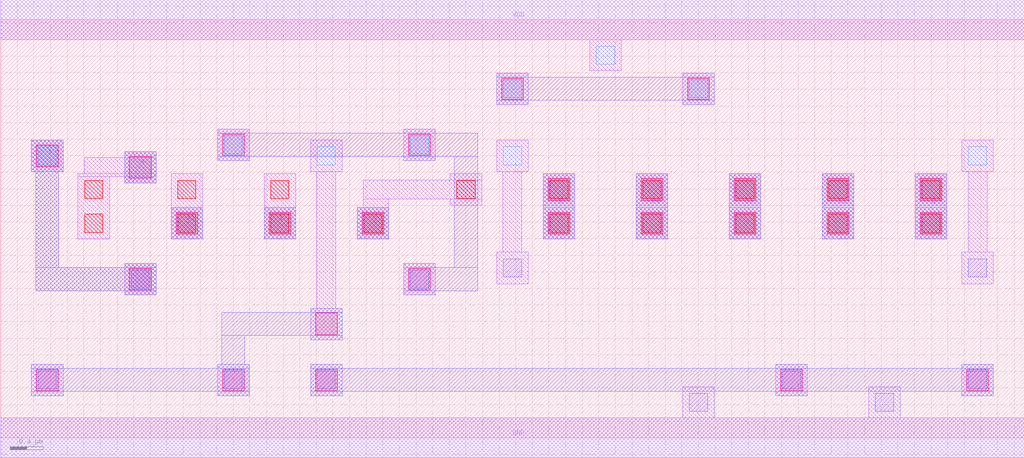
<source format=lef>
MACRO OAOOAAOI21132
 CLASS CORE ;
 FOREIGN OAOOAAOI21132 0 0 ;
 SIZE 12.32 BY 5.04 ;
 ORIGIN 0 0 ;
 SYMMETRY X Y R90 ;
 SITE unit ;
  PIN VDD
   DIRECTION INOUT ;
   USE POWER ;
   SHAPE ABUTMENT ;
    PORT
     CLASS CORE ;
       LAYER met1 ;
        RECT 0.00000000 4.80000000 12.32000000 5.28000000 ;
    END
  END VDD

  PIN GND
   DIRECTION INOUT ;
   USE POWER ;
   SHAPE ABUTMENT ;
    PORT
     CLASS CORE ;
       LAYER met1 ;
        RECT 0.00000000 -0.24000000 12.32000000 0.24000000 ;
    END
  END GND

  PIN Y
   DIRECTION INOUT ;
   USE SIGNAL ;
   SHAPE ABUTMENT ;
    PORT
     CLASS CORE ;
       LAYER met2 ;
        RECT 1.49000000 1.72200000 1.87000000 1.77200000 ;
        RECT 0.42000000 1.77200000 1.87000000 2.05200000 ;
        RECT 1.49000000 2.05200000 1.87000000 2.10200000 ;
        RECT 0.42000000 2.05200000 0.70000000 3.20700000 ;
        RECT 0.37000000 3.20700000 0.75000000 3.58700000 ;
    END
  END Y

  PIN A
   DIRECTION INOUT ;
   USE SIGNAL ;
   SHAPE ABUTMENT ;
    PORT
     CLASS CORE ;
       LAYER met2 ;
        RECT 1.49000000 3.07200000 1.87000000 3.45200000 ;
    END
  END A

  PIN D2
   DIRECTION INOUT ;
   USE SIGNAL ;
   SHAPE ABUTMENT ;
    PORT
     CLASS CORE ;
       LAYER met2 ;
        RECT 8.77000000 2.39700000 9.15000000 3.18200000 ;
    END
  END D2

  PIN D
   DIRECTION INOUT ;
   USE SIGNAL ;
   SHAPE ABUTMENT ;
    PORT
     CLASS CORE ;
       LAYER met2 ;
        RECT 11.01000000 2.39700000 11.39000000 3.18200000 ;
    END
  END D

  PIN D1
   DIRECTION INOUT ;
   USE SIGNAL ;
   SHAPE ABUTMENT ;
    PORT
     CLASS CORE ;
       LAYER met2 ;
        RECT 9.89000000 2.39700000 10.27000000 3.18200000 ;
    END
  END D1

  PIN B
   DIRECTION INOUT ;
   USE SIGNAL ;
   SHAPE ABUTMENT ;
    PORT
     CLASS CORE ;
       LAYER met2 ;
        RECT 3.17000000 2.39700000 3.55000000 2.77700000 ;
    END
  END B

  PIN A1
   DIRECTION INOUT ;
   USE SIGNAL ;
   SHAPE ABUTMENT ;
    PORT
     CLASS CORE ;
       LAYER met2 ;
        RECT 2.05000000 2.39700000 2.43000000 2.77700000 ;
    END
  END A1

  PIN E
   DIRECTION INOUT ;
   USE SIGNAL ;
   SHAPE ABUTMENT ;
    PORT
     CLASS CORE ;
       LAYER met2 ;
        RECT 6.53000000 2.39700000 6.91000000 3.18200000 ;
    END
  END E

  PIN C
   DIRECTION INOUT ;
   USE SIGNAL ;
   SHAPE ABUTMENT ;
    PORT
     CLASS CORE ;
       LAYER met2 ;
        RECT 4.29000000 2.39700000 4.67000000 2.77700000 ;
    END
  END C

  PIN E1
   DIRECTION INOUT ;
   USE SIGNAL ;
   SHAPE ABUTMENT ;
    PORT
     CLASS CORE ;
       LAYER met2 ;
        RECT 7.65000000 2.39700000 8.03000000 3.18200000 ;
    END
  END E1

 OBS
    LAYER polycont ;
     RECT 1.01000000 2.47700000 1.23000000 2.69700000 ;
     RECT 2.13000000 2.47700000 2.35000000 2.69700000 ;
     RECT 3.25000000 2.47700000 3.47000000 2.69700000 ;
     RECT 4.37000000 2.47700000 4.59000000 2.69700000 ;
     RECT 6.61000000 2.47700000 6.83000000 2.69700000 ;
     RECT 7.73000000 2.47700000 7.95000000 2.69700000 ;
     RECT 8.85000000 2.47700000 9.07000000 2.69700000 ;
     RECT 9.97000000 2.47700000 10.19000000 2.69700000 ;
     RECT 11.09000000 2.47700000 11.31000000 2.69700000 ;
     RECT 1.01000000 2.88200000 1.23000000 3.10200000 ;
     RECT 2.13000000 2.88200000 2.35000000 3.10200000 ;
     RECT 3.25000000 2.88200000 3.47000000 3.10200000 ;
     RECT 5.49000000 2.88200000 5.71000000 3.10200000 ;
     RECT 6.61000000 2.88200000 6.83000000 3.10200000 ;
     RECT 7.73000000 2.88200000 7.95000000 3.10200000 ;
     RECT 8.85000000 2.88200000 9.07000000 3.10200000 ;
     RECT 9.97000000 2.88200000 10.19000000 3.10200000 ;
     RECT 11.09000000 2.88200000 11.31000000 3.10200000 ;

    LAYER pdiffc ;
     RECT 0.45000000 3.28700000 0.67000000 3.50700000 ;
     RECT 3.81000000 3.28700000 4.03000000 3.50700000 ;
     RECT 6.05000000 3.28700000 6.27000000 3.50700000 ;
     RECT 11.65000000 3.28700000 11.87000000 3.50700000 ;
     RECT 2.69000000 3.42200000 2.91000000 3.64200000 ;
     RECT 4.93000000 3.42200000 5.15000000 3.64200000 ;
     RECT 6.05000000 4.09700000 6.27000000 4.31700000 ;
     RECT 8.29000000 4.09700000 8.51000000 4.31700000 ;
     RECT 7.17000000 4.50200000 7.39000000 4.72200000 ;

    LAYER ndiffc ;
     RECT 8.29000000 0.31700000 8.51000000 0.53700000 ;
     RECT 10.53000000 0.31700000 10.75000000 0.53700000 ;
     RECT 0.45000000 0.58700000 0.67000000 0.80700000 ;
     RECT 2.69000000 0.58700000 2.91000000 0.80700000 ;
     RECT 3.81000000 0.58700000 4.03000000 0.80700000 ;
     RECT 9.41000000 0.58700000 9.63000000 0.80700000 ;
     RECT 11.65000000 0.58700000 11.87000000 0.80700000 ;
     RECT 1.57000000 1.80200000 1.79000000 2.02200000 ;
     RECT 4.93000000 1.80200000 5.15000000 2.02200000 ;
     RECT 6.05000000 1.93700000 6.27000000 2.15700000 ;
     RECT 11.65000000 1.93700000 11.87000000 2.15700000 ;

    LAYER met1 ;
     RECT 0.00000000 -0.24000000 12.32000000 0.24000000 ;
     RECT 8.21000000 0.24000000 8.59000000 0.61700000 ;
     RECT 10.45000000 0.24000000 10.83000000 0.61700000 ;
     RECT 0.37000000 0.50700000 0.75000000 0.88700000 ;
     RECT 2.61000000 0.50700000 2.99000000 0.88700000 ;
     RECT 3.73000000 0.50700000 4.11000000 0.88700000 ;
     RECT 9.33000000 0.50700000 9.71000000 0.88700000 ;
     RECT 11.57000000 0.50700000 11.95000000 0.88700000 ;
     RECT 1.49000000 1.72200000 1.87000000 2.10200000 ;
     RECT 4.85000000 1.72200000 5.23000000 2.10200000 ;
     RECT 6.53000000 2.39700000 6.91000000 2.77700000 ;
     RECT 7.65000000 2.39700000 8.03000000 2.77700000 ;
     RECT 8.77000000 2.39700000 9.15000000 2.77700000 ;
     RECT 9.89000000 2.39700000 10.27000000 2.77700000 ;
     RECT 11.01000000 2.39700000 11.39000000 2.77700000 ;
     RECT 2.05000000 2.39700000 2.43000000 3.18200000 ;
     RECT 3.17000000 2.39700000 3.55000000 3.18200000 ;
     RECT 4.29000000 2.39700000 4.67000000 2.77700000 ;
     RECT 4.36500000 2.77700000 4.67000000 2.87700000 ;
     RECT 5.41000000 2.80200000 5.79000000 2.87700000 ;
     RECT 4.36500000 2.87700000 5.79000000 3.10700000 ;
     RECT 5.41000000 3.10700000 5.79000000 3.18200000 ;
     RECT 6.53000000 2.80200000 6.91000000 3.18200000 ;
     RECT 7.65000000 2.80200000 8.03000000 3.18200000 ;
     RECT 8.77000000 2.80200000 9.15000000 3.18200000 ;
     RECT 9.89000000 2.80200000 10.27000000 3.18200000 ;
     RECT 11.01000000 2.80200000 11.39000000 3.18200000 ;
     RECT 0.93000000 2.39700000 1.31000000 3.14700000 ;
     RECT 1.49000000 3.07200000 1.87000000 3.14700000 ;
     RECT 0.93000000 3.14700000 1.87000000 3.18200000 ;
     RECT 1.00500000 3.18200000 1.87000000 3.37700000 ;
     RECT 1.49000000 3.37700000 1.87000000 3.45200000 ;
     RECT 0.37000000 3.20700000 0.75000000 3.58700000 ;
     RECT 3.73000000 1.18200000 4.11000000 1.56200000 ;
     RECT 3.80500000 1.56200000 4.03500000 3.20700000 ;
     RECT 3.73000000 3.20700000 4.11000000 3.58700000 ;
     RECT 5.97000000 1.85700000 6.35000000 2.23700000 ;
     RECT 6.04500000 2.23700000 6.27500000 3.20700000 ;
     RECT 5.97000000 3.20700000 6.35000000 3.58700000 ;
     RECT 11.57000000 1.85700000 11.95000000 2.23700000 ;
     RECT 11.64500000 2.23700000 11.87500000 3.20700000 ;
     RECT 11.57000000 3.20700000 11.95000000 3.58700000 ;
     RECT 2.61000000 3.34200000 2.99000000 3.72200000 ;
     RECT 4.85000000 3.34200000 5.23000000 3.72200000 ;
     RECT 5.97000000 4.01700000 6.35000000 4.39700000 ;
     RECT 8.21000000 4.01700000 8.59000000 4.39700000 ;
     RECT 7.09000000 4.42200000 7.47000000 4.80000000 ;
     RECT 0.00000000 4.80000000 12.32000000 5.28000000 ;

    LAYER via1 ;
     RECT 0.43000000 0.56700000 0.69000000 0.82700000 ;
     RECT 2.67000000 0.56700000 2.93000000 0.82700000 ;
     RECT 3.79000000 0.56700000 4.05000000 0.82700000 ;
     RECT 9.39000000 0.56700000 9.65000000 0.82700000 ;
     RECT 11.63000000 0.56700000 11.89000000 0.82700000 ;
     RECT 3.79000000 1.24200000 4.05000000 1.50200000 ;
     RECT 1.55000000 1.78200000 1.81000000 2.04200000 ;
     RECT 4.91000000 1.78200000 5.17000000 2.04200000 ;
     RECT 2.11000000 2.45700000 2.37000000 2.71700000 ;
     RECT 3.23000000 2.45700000 3.49000000 2.71700000 ;
     RECT 4.35000000 2.45700000 4.61000000 2.71700000 ;
     RECT 6.59000000 2.45700000 6.85000000 2.71700000 ;
     RECT 7.71000000 2.45700000 7.97000000 2.71700000 ;
     RECT 8.83000000 2.45700000 9.09000000 2.71700000 ;
     RECT 9.95000000 2.45700000 10.21000000 2.71700000 ;
     RECT 11.07000000 2.45700000 11.33000000 2.71700000 ;
     RECT 6.59000000 2.86200000 6.85000000 3.12200000 ;
     RECT 7.71000000 2.86200000 7.97000000 3.12200000 ;
     RECT 8.83000000 2.86200000 9.09000000 3.12200000 ;
     RECT 9.95000000 2.86200000 10.21000000 3.12200000 ;
     RECT 11.07000000 2.86200000 11.33000000 3.12200000 ;
     RECT 1.55000000 3.13200000 1.81000000 3.39200000 ;
     RECT 0.43000000 3.26700000 0.69000000 3.52700000 ;
     RECT 2.67000000 3.40200000 2.93000000 3.66200000 ;
     RECT 4.91000000 3.40200000 5.17000000 3.66200000 ;
     RECT 6.03000000 4.07700000 6.29000000 4.33700000 ;
     RECT 8.27000000 4.07700000 8.53000000 4.33700000 ;

    LAYER met2 ;
     RECT 3.73000000 0.50700000 4.11000000 0.55700000 ;
     RECT 9.33000000 0.50700000 9.71000000 0.55700000 ;
     RECT 11.57000000 0.50700000 11.95000000 0.55700000 ;
     RECT 3.73000000 0.55700000 11.95000000 0.83700000 ;
     RECT 3.73000000 0.83700000 4.11000000 0.88700000 ;
     RECT 9.33000000 0.83700000 9.71000000 0.88700000 ;
     RECT 11.57000000 0.83700000 11.95000000 0.88700000 ;
     RECT 0.37000000 0.50700000 0.75000000 0.55700000 ;
     RECT 2.61000000 0.50700000 2.99000000 0.55700000 ;
     RECT 0.37000000 0.55700000 2.99000000 0.83700000 ;
     RECT 0.37000000 0.83700000 0.75000000 0.88700000 ;
     RECT 2.61000000 0.83700000 2.99000000 0.88700000 ;
     RECT 2.66000000 0.88700000 2.94000000 1.23200000 ;
     RECT 3.73000000 1.18200000 4.11000000 1.23200000 ;
     RECT 2.66000000 1.23200000 4.11000000 1.51200000 ;
     RECT 3.73000000 1.51200000 4.11000000 1.56200000 ;
     RECT 2.05000000 2.39700000 2.43000000 2.77700000 ;
     RECT 3.17000000 2.39700000 3.55000000 2.77700000 ;
     RECT 4.29000000 2.39700000 4.67000000 2.77700000 ;
     RECT 6.53000000 2.39700000 6.91000000 3.18200000 ;
     RECT 7.65000000 2.39700000 8.03000000 3.18200000 ;
     RECT 8.77000000 2.39700000 9.15000000 3.18200000 ;
     RECT 9.89000000 2.39700000 10.27000000 3.18200000 ;
     RECT 11.01000000 2.39700000 11.39000000 3.18200000 ;
     RECT 1.49000000 3.07200000 1.87000000 3.45200000 ;
     RECT 1.49000000 1.72200000 1.87000000 1.77200000 ;
     RECT 0.42000000 1.77200000 1.87000000 2.05200000 ;
     RECT 1.49000000 2.05200000 1.87000000 2.10200000 ;
     RECT 0.42000000 2.05200000 0.70000000 3.20700000 ;
     RECT 0.37000000 3.20700000 0.75000000 3.58700000 ;
     RECT 4.85000000 1.72200000 5.23000000 1.77200000 ;
     RECT 4.85000000 1.77200000 5.74000000 2.05200000 ;
     RECT 4.85000000 2.05200000 5.23000000 2.10200000 ;
     RECT 2.61000000 3.34200000 2.99000000 3.39200000 ;
     RECT 4.85000000 3.34200000 5.23000000 3.39200000 ;
     RECT 5.46000000 2.05200000 5.74000000 3.39200000 ;
     RECT 2.61000000 3.39200000 5.74000000 3.67200000 ;
     RECT 2.61000000 3.67200000 2.99000000 3.72200000 ;
     RECT 4.85000000 3.67200000 5.23000000 3.72200000 ;
     RECT 5.97000000 4.01700000 6.35000000 4.06700000 ;
     RECT 8.21000000 4.01700000 8.59000000 4.06700000 ;
     RECT 5.97000000 4.06700000 8.59000000 4.34700000 ;
     RECT 5.97000000 4.34700000 6.35000000 4.39700000 ;
     RECT 8.21000000 4.34700000 8.59000000 4.39700000 ;

 END
END OAOOAAOI21132

</source>
